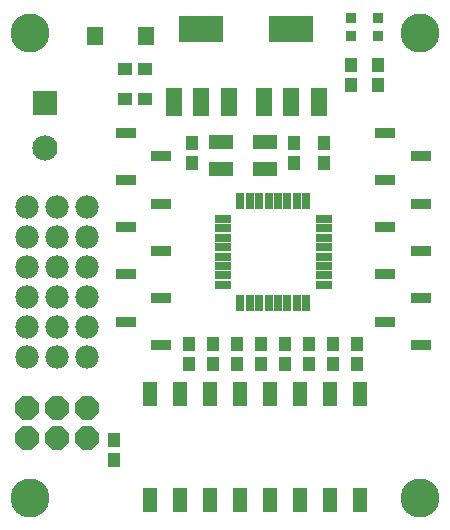
<source format=gts>
G75*
G70*
%OFA0B0*%
%FSLAX24Y24*%
%IPPOS*%
%LPD*%
%AMOC8*
5,1,8,0,0,1.08239X$1,22.5*
%
%ADD10C,0.1300*%
%ADD11OC8,0.0780*%
%ADD12R,0.0260X0.0540*%
%ADD13R,0.0540X0.0260*%
%ADD14R,0.0470X0.0830*%
%ADD15C,0.0780*%
%ADD16R,0.0434X0.0473*%
%ADD17R,0.0473X0.0434*%
%ADD18R,0.0540X0.0619*%
%ADD19R,0.0840X0.0840*%
%ADD20C,0.0840*%
%ADD21R,0.0355X0.0355*%
%ADD22R,0.0709X0.0375*%
%ADD23R,0.0520X0.0920*%
%ADD24R,0.1457X0.0906*%
%ADD25R,0.0788X0.0473*%
D10*
X001450Y001550D03*
X014450Y001550D03*
X014450Y017050D03*
X001450Y017050D03*
D11*
X001350Y004550D03*
X001350Y003550D03*
X002350Y003550D03*
X002350Y004550D03*
X003350Y004550D03*
X003350Y003550D03*
D12*
X008448Y008060D03*
X008763Y008060D03*
X009078Y008060D03*
X009393Y008060D03*
X009707Y008060D03*
X010022Y008060D03*
X010337Y008060D03*
X010652Y008060D03*
X010652Y011440D03*
X010337Y011440D03*
X010022Y011440D03*
X009707Y011440D03*
X009393Y011440D03*
X009078Y011440D03*
X008763Y011440D03*
X008448Y011440D03*
D13*
X007860Y010852D03*
X007860Y010537D03*
X007860Y010222D03*
X007860Y009907D03*
X007860Y009593D03*
X007860Y009278D03*
X007860Y008963D03*
X007860Y008648D03*
X011240Y008648D03*
X011240Y008963D03*
X011240Y009278D03*
X011240Y009593D03*
X011240Y009907D03*
X011240Y010222D03*
X011240Y010537D03*
X011240Y010852D03*
D14*
X011450Y005020D03*
X012450Y005020D03*
X010450Y005020D03*
X009450Y005020D03*
X008450Y005020D03*
X007450Y005020D03*
X006450Y005020D03*
X005450Y005020D03*
X005450Y001480D03*
X006450Y001480D03*
X007450Y001480D03*
X008450Y001480D03*
X009450Y001480D03*
X010450Y001480D03*
X011450Y001480D03*
X012450Y001480D03*
D15*
X003350Y006250D03*
X003350Y007250D03*
X003350Y008250D03*
X003350Y009250D03*
X003350Y010250D03*
X003350Y011250D03*
X002350Y011250D03*
X002350Y010250D03*
X002350Y009250D03*
X002350Y008250D03*
X002350Y007250D03*
X002350Y006250D03*
X001350Y006250D03*
X001350Y007250D03*
X001350Y008250D03*
X001350Y009250D03*
X001350Y010250D03*
X001350Y011250D03*
D16*
X006750Y006685D03*
X006750Y006015D03*
X007550Y006015D03*
X007550Y006685D03*
X008350Y006685D03*
X008350Y006015D03*
X009150Y006015D03*
X009150Y006685D03*
X009950Y006685D03*
X009950Y006015D03*
X010750Y006015D03*
X010750Y006685D03*
X011550Y006685D03*
X011550Y006015D03*
X012350Y006015D03*
X012350Y006685D03*
X011250Y012715D03*
X011250Y013385D03*
X010250Y013385D03*
X010250Y012715D03*
X012150Y015315D03*
X012150Y015985D03*
X013050Y015985D03*
X013050Y015315D03*
X006850Y013385D03*
X006850Y012715D03*
X004250Y003485D03*
X004250Y002815D03*
D17*
X004615Y014850D03*
X005285Y014850D03*
X005285Y015850D03*
X004615Y015850D03*
D18*
X005296Y016950D03*
X003604Y016950D03*
D19*
X001950Y014720D03*
D20*
X001950Y013202D03*
D21*
X012150Y016955D03*
X012150Y017545D03*
X013050Y017545D03*
X013050Y016955D03*
D22*
X013290Y013724D03*
X014471Y012937D03*
X013290Y012149D03*
X014471Y011362D03*
X013290Y010574D03*
X014471Y009787D03*
X013290Y009000D03*
X014471Y008212D03*
X013290Y007425D03*
X014471Y006637D03*
X005810Y006637D03*
X004629Y007425D03*
X005810Y008212D03*
X004629Y009000D03*
X005810Y009787D03*
X004629Y010574D03*
X005810Y011362D03*
X004629Y012149D03*
X005810Y012937D03*
X004629Y013724D03*
D23*
X006240Y014730D03*
X007150Y014730D03*
X008060Y014730D03*
X009240Y014730D03*
X010150Y014730D03*
X011060Y014730D03*
D24*
X010150Y017170D03*
X007150Y017170D03*
D25*
X007822Y013403D03*
X007822Y012497D03*
X009278Y012497D03*
X009278Y013403D03*
M02*

</source>
